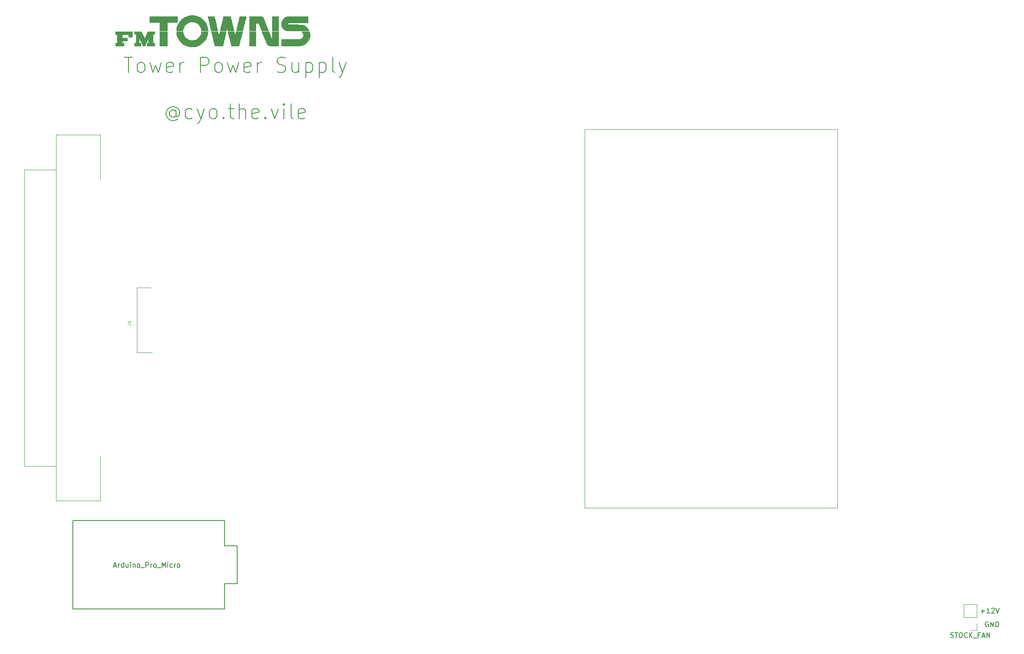
<source format=gbr>
%TF.GenerationSoftware,KiCad,Pcbnew,(5.1.9)-1*%
%TF.CreationDate,2021-07-01T20:44:51-05:00*%
%TF.ProjectId,FM Towns Pico Adapter,464d2054-6f77-46e7-9320-5069636f2041,rev?*%
%TF.SameCoordinates,Original*%
%TF.FileFunction,Legend,Top*%
%TF.FilePolarity,Positive*%
%FSLAX46Y46*%
G04 Gerber Fmt 4.6, Leading zero omitted, Abs format (unit mm)*
G04 Created by KiCad (PCBNEW (5.1.9)-1) date 2021-07-01 20:44:51*
%MOMM*%
%LPD*%
G01*
G04 APERTURE LIST*
%ADD10C,0.120000*%
%ADD11C,0.150000*%
%ADD12C,0.010000*%
%ADD13C,0.100000*%
%ADD14C,0.121920*%
G04 APERTURE END LIST*
D10*
X146666000Y-136738500D02*
X197402500Y-136738500D01*
X197466000Y-60602000D02*
X146666000Y-60602000D01*
X146666000Y-60602000D02*
X146602500Y-136738500D01*
X197466000Y-60602000D02*
X197466000Y-136738500D01*
D11*
X226298095Y-157511428D02*
X227060000Y-157511428D01*
X226679047Y-157892380D02*
X226679047Y-157130476D01*
X228060000Y-157892380D02*
X227488571Y-157892380D01*
X227774285Y-157892380D02*
X227774285Y-156892380D01*
X227679047Y-157035238D01*
X227583809Y-157130476D01*
X227488571Y-157178095D01*
X228440952Y-156987619D02*
X228488571Y-156940000D01*
X228583809Y-156892380D01*
X228821904Y-156892380D01*
X228917142Y-156940000D01*
X228964761Y-156987619D01*
X229012380Y-157082857D01*
X229012380Y-157178095D01*
X228964761Y-157320952D01*
X228393333Y-157892380D01*
X229012380Y-157892380D01*
X229298095Y-156892380D02*
X229631428Y-157892380D01*
X229964761Y-156892380D01*
X227758095Y-159710000D02*
X227662857Y-159662380D01*
X227520000Y-159662380D01*
X227377142Y-159710000D01*
X227281904Y-159805238D01*
X227234285Y-159900476D01*
X227186666Y-160090952D01*
X227186666Y-160233809D01*
X227234285Y-160424285D01*
X227281904Y-160519523D01*
X227377142Y-160614761D01*
X227520000Y-160662380D01*
X227615238Y-160662380D01*
X227758095Y-160614761D01*
X227805714Y-160567142D01*
X227805714Y-160233809D01*
X227615238Y-160233809D01*
X228234285Y-160662380D02*
X228234285Y-159662380D01*
X228805714Y-160662380D01*
X228805714Y-159662380D01*
X229281904Y-160662380D02*
X229281904Y-159662380D01*
X229520000Y-159662380D01*
X229662857Y-159710000D01*
X229758095Y-159805238D01*
X229805714Y-159900476D01*
X229853333Y-160090952D01*
X229853333Y-160233809D01*
X229805714Y-160424285D01*
X229758095Y-160519523D01*
X229662857Y-160614761D01*
X229520000Y-160662380D01*
X229281904Y-160662380D01*
D10*
X56670040Y-92464400D02*
X59410040Y-92464400D01*
X56670040Y-105474400D02*
X56670040Y-92464400D01*
X59700040Y-105474400D02*
X56670040Y-105474400D01*
D11*
X52034112Y-148432626D02*
X52510302Y-148432626D01*
X51938874Y-148718340D02*
X52272207Y-147718340D01*
X52605540Y-148718340D01*
X52938874Y-148718340D02*
X52938874Y-148051674D01*
X52938874Y-148242150D02*
X52986493Y-148146912D01*
X53034112Y-148099293D01*
X53129350Y-148051674D01*
X53224588Y-148051674D01*
X53986493Y-148718340D02*
X53986493Y-147718340D01*
X53986493Y-148670721D02*
X53891255Y-148718340D01*
X53700779Y-148718340D01*
X53605540Y-148670721D01*
X53557921Y-148623102D01*
X53510302Y-148527864D01*
X53510302Y-148242150D01*
X53557921Y-148146912D01*
X53605540Y-148099293D01*
X53700779Y-148051674D01*
X53891255Y-148051674D01*
X53986493Y-148099293D01*
X54891255Y-148051674D02*
X54891255Y-148718340D01*
X54462683Y-148051674D02*
X54462683Y-148575483D01*
X54510302Y-148670721D01*
X54605540Y-148718340D01*
X54748398Y-148718340D01*
X54843636Y-148670721D01*
X54891255Y-148623102D01*
X55367445Y-148718340D02*
X55367445Y-148051674D01*
X55367445Y-147718340D02*
X55319826Y-147765960D01*
X55367445Y-147813579D01*
X55415064Y-147765960D01*
X55367445Y-147718340D01*
X55367445Y-147813579D01*
X55843636Y-148051674D02*
X55843636Y-148718340D01*
X55843636Y-148146912D02*
X55891255Y-148099293D01*
X55986493Y-148051674D01*
X56129350Y-148051674D01*
X56224588Y-148099293D01*
X56272207Y-148194531D01*
X56272207Y-148718340D01*
X56891255Y-148718340D02*
X56796017Y-148670721D01*
X56748398Y-148623102D01*
X56700779Y-148527864D01*
X56700779Y-148242150D01*
X56748398Y-148146912D01*
X56796017Y-148099293D01*
X56891255Y-148051674D01*
X57034112Y-148051674D01*
X57129350Y-148099293D01*
X57176969Y-148146912D01*
X57224588Y-148242150D01*
X57224588Y-148527864D01*
X57176969Y-148623102D01*
X57129350Y-148670721D01*
X57034112Y-148718340D01*
X56891255Y-148718340D01*
X57415064Y-148813579D02*
X58176969Y-148813579D01*
X58415064Y-148718340D02*
X58415064Y-147718340D01*
X58796017Y-147718340D01*
X58891255Y-147765960D01*
X58938874Y-147813579D01*
X58986493Y-147908817D01*
X58986493Y-148051674D01*
X58938874Y-148146912D01*
X58891255Y-148194531D01*
X58796017Y-148242150D01*
X58415064Y-148242150D01*
X59415064Y-148718340D02*
X59415064Y-148051674D01*
X59415064Y-148242150D02*
X59462683Y-148146912D01*
X59510302Y-148099293D01*
X59605540Y-148051674D01*
X59700779Y-148051674D01*
X60176969Y-148718340D02*
X60081731Y-148670721D01*
X60034112Y-148623102D01*
X59986493Y-148527864D01*
X59986493Y-148242150D01*
X60034112Y-148146912D01*
X60081731Y-148099293D01*
X60176969Y-148051674D01*
X60319826Y-148051674D01*
X60415064Y-148099293D01*
X60462683Y-148146912D01*
X60510302Y-148242150D01*
X60510302Y-148527864D01*
X60462683Y-148623102D01*
X60415064Y-148670721D01*
X60319826Y-148718340D01*
X60176969Y-148718340D01*
X60700779Y-148813579D02*
X61462683Y-148813579D01*
X61700779Y-148718340D02*
X61700779Y-147718340D01*
X62034112Y-148432626D01*
X62367445Y-147718340D01*
X62367445Y-148718340D01*
X62843636Y-148718340D02*
X62843636Y-148051674D01*
X62843636Y-147718340D02*
X62796017Y-147765960D01*
X62843636Y-147813579D01*
X62891255Y-147765960D01*
X62843636Y-147718340D01*
X62843636Y-147813579D01*
X63748398Y-148670721D02*
X63653159Y-148718340D01*
X63462683Y-148718340D01*
X63367445Y-148670721D01*
X63319826Y-148623102D01*
X63272207Y-148527864D01*
X63272207Y-148242150D01*
X63319826Y-148146912D01*
X63367445Y-148099293D01*
X63462683Y-148051674D01*
X63653159Y-148051674D01*
X63748398Y-148099293D01*
X64176969Y-148718340D02*
X64176969Y-148051674D01*
X64176969Y-148242150D02*
X64224588Y-148146912D01*
X64272207Y-148099293D01*
X64367445Y-148051674D01*
X64462683Y-148051674D01*
X64938874Y-148718340D02*
X64843636Y-148670721D01*
X64796017Y-148623102D01*
X64748398Y-148527864D01*
X64748398Y-148242150D01*
X64796017Y-148146912D01*
X64843636Y-148099293D01*
X64938874Y-148051674D01*
X65081731Y-148051674D01*
X65176969Y-148099293D01*
X65224588Y-148146912D01*
X65272207Y-148242150D01*
X65272207Y-148527864D01*
X65224588Y-148623102D01*
X65176969Y-148670721D01*
X65081731Y-148718340D01*
X64938874Y-148718340D01*
X54122857Y-46197142D02*
X55837142Y-46197142D01*
X54980000Y-49197142D02*
X54980000Y-46197142D01*
X57265714Y-49197142D02*
X56980000Y-49054285D01*
X56837142Y-48911428D01*
X56694285Y-48625714D01*
X56694285Y-47768571D01*
X56837142Y-47482857D01*
X56980000Y-47340000D01*
X57265714Y-47197142D01*
X57694285Y-47197142D01*
X57980000Y-47340000D01*
X58122857Y-47482857D01*
X58265714Y-47768571D01*
X58265714Y-48625714D01*
X58122857Y-48911428D01*
X57980000Y-49054285D01*
X57694285Y-49197142D01*
X57265714Y-49197142D01*
X59265714Y-47197142D02*
X59837142Y-49197142D01*
X60408571Y-47768571D01*
X60980000Y-49197142D01*
X61551428Y-47197142D01*
X63837142Y-49054285D02*
X63551428Y-49197142D01*
X62980000Y-49197142D01*
X62694285Y-49054285D01*
X62551428Y-48768571D01*
X62551428Y-47625714D01*
X62694285Y-47340000D01*
X62980000Y-47197142D01*
X63551428Y-47197142D01*
X63837142Y-47340000D01*
X63980000Y-47625714D01*
X63980000Y-47911428D01*
X62551428Y-48197142D01*
X65265714Y-49197142D02*
X65265714Y-47197142D01*
X65265714Y-47768571D02*
X65408571Y-47482857D01*
X65551428Y-47340000D01*
X65837142Y-47197142D01*
X66122857Y-47197142D01*
X69408571Y-49197142D02*
X69408571Y-46197142D01*
X70551428Y-46197142D01*
X70837142Y-46340000D01*
X70980000Y-46482857D01*
X71122857Y-46768571D01*
X71122857Y-47197142D01*
X70980000Y-47482857D01*
X70837142Y-47625714D01*
X70551428Y-47768571D01*
X69408571Y-47768571D01*
X72837142Y-49197142D02*
X72551428Y-49054285D01*
X72408571Y-48911428D01*
X72265714Y-48625714D01*
X72265714Y-47768571D01*
X72408571Y-47482857D01*
X72551428Y-47340000D01*
X72837142Y-47197142D01*
X73265714Y-47197142D01*
X73551428Y-47340000D01*
X73694285Y-47482857D01*
X73837142Y-47768571D01*
X73837142Y-48625714D01*
X73694285Y-48911428D01*
X73551428Y-49054285D01*
X73265714Y-49197142D01*
X72837142Y-49197142D01*
X74837142Y-47197142D02*
X75408571Y-49197142D01*
X75980000Y-47768571D01*
X76551428Y-49197142D01*
X77122857Y-47197142D01*
X79408571Y-49054285D02*
X79122857Y-49197142D01*
X78551428Y-49197142D01*
X78265714Y-49054285D01*
X78122857Y-48768571D01*
X78122857Y-47625714D01*
X78265714Y-47340000D01*
X78551428Y-47197142D01*
X79122857Y-47197142D01*
X79408571Y-47340000D01*
X79551428Y-47625714D01*
X79551428Y-47911428D01*
X78122857Y-48197142D01*
X80837142Y-49197142D02*
X80837142Y-47197142D01*
X80837142Y-47768571D02*
X80980000Y-47482857D01*
X81122857Y-47340000D01*
X81408571Y-47197142D01*
X81694285Y-47197142D01*
X84837142Y-49054285D02*
X85265714Y-49197142D01*
X85980000Y-49197142D01*
X86265714Y-49054285D01*
X86408571Y-48911428D01*
X86551428Y-48625714D01*
X86551428Y-48340000D01*
X86408571Y-48054285D01*
X86265714Y-47911428D01*
X85980000Y-47768571D01*
X85408571Y-47625714D01*
X85122857Y-47482857D01*
X84980000Y-47340000D01*
X84837142Y-47054285D01*
X84837142Y-46768571D01*
X84980000Y-46482857D01*
X85122857Y-46340000D01*
X85408571Y-46197142D01*
X86122857Y-46197142D01*
X86551428Y-46340000D01*
X89122857Y-47197142D02*
X89122857Y-49197142D01*
X87837142Y-47197142D02*
X87837142Y-48768571D01*
X87980000Y-49054285D01*
X88265714Y-49197142D01*
X88694285Y-49197142D01*
X88980000Y-49054285D01*
X89122857Y-48911428D01*
X90551428Y-47197142D02*
X90551428Y-50197142D01*
X90551428Y-47340000D02*
X90837142Y-47197142D01*
X91408571Y-47197142D01*
X91694285Y-47340000D01*
X91837142Y-47482857D01*
X91980000Y-47768571D01*
X91980000Y-48625714D01*
X91837142Y-48911428D01*
X91694285Y-49054285D01*
X91408571Y-49197142D01*
X90837142Y-49197142D01*
X90551428Y-49054285D01*
X93265714Y-47197142D02*
X93265714Y-50197142D01*
X93265714Y-47340000D02*
X93551428Y-47197142D01*
X94122857Y-47197142D01*
X94408571Y-47340000D01*
X94551428Y-47482857D01*
X94694285Y-47768571D01*
X94694285Y-48625714D01*
X94551428Y-48911428D01*
X94408571Y-49054285D01*
X94122857Y-49197142D01*
X93551428Y-49197142D01*
X93265714Y-49054285D01*
X96408571Y-49197142D02*
X96122857Y-49054285D01*
X95980000Y-48768571D01*
X95980000Y-46197142D01*
X97265714Y-47197142D02*
X97980000Y-49197142D01*
X98694285Y-47197142D02*
X97980000Y-49197142D01*
X97694285Y-49911428D01*
X97551428Y-50054285D01*
X97265714Y-50197142D01*
X64480000Y-57068571D02*
X64337142Y-56925714D01*
X64051428Y-56782857D01*
X63765714Y-56782857D01*
X63480000Y-56925714D01*
X63337142Y-57068571D01*
X63194285Y-57354285D01*
X63194285Y-57640000D01*
X63337142Y-57925714D01*
X63480000Y-58068571D01*
X63765714Y-58211428D01*
X64051428Y-58211428D01*
X64337142Y-58068571D01*
X64480000Y-57925714D01*
X64480000Y-56782857D02*
X64480000Y-57925714D01*
X64622857Y-58068571D01*
X64765714Y-58068571D01*
X65051428Y-57925714D01*
X65194285Y-57640000D01*
X65194285Y-56925714D01*
X64908571Y-56497142D01*
X64480000Y-56211428D01*
X63908571Y-56068571D01*
X63337142Y-56211428D01*
X62908571Y-56497142D01*
X62622857Y-56925714D01*
X62480000Y-57497142D01*
X62622857Y-58068571D01*
X62908571Y-58497142D01*
X63337142Y-58782857D01*
X63908571Y-58925714D01*
X64480000Y-58782857D01*
X64908571Y-58497142D01*
X67765714Y-58354285D02*
X67480000Y-58497142D01*
X66908571Y-58497142D01*
X66622857Y-58354285D01*
X66480000Y-58211428D01*
X66337142Y-57925714D01*
X66337142Y-57068571D01*
X66480000Y-56782857D01*
X66622857Y-56640000D01*
X66908571Y-56497142D01*
X67480000Y-56497142D01*
X67765714Y-56640000D01*
X68765714Y-56497142D02*
X69480000Y-58497142D01*
X70194285Y-56497142D02*
X69480000Y-58497142D01*
X69194285Y-59211428D01*
X69051428Y-59354285D01*
X68765714Y-59497142D01*
X71765714Y-58497142D02*
X71480000Y-58354285D01*
X71337142Y-58211428D01*
X71194285Y-57925714D01*
X71194285Y-57068571D01*
X71337142Y-56782857D01*
X71480000Y-56640000D01*
X71765714Y-56497142D01*
X72194285Y-56497142D01*
X72480000Y-56640000D01*
X72622857Y-56782857D01*
X72765714Y-57068571D01*
X72765714Y-57925714D01*
X72622857Y-58211428D01*
X72480000Y-58354285D01*
X72194285Y-58497142D01*
X71765714Y-58497142D01*
X74051428Y-58211428D02*
X74194285Y-58354285D01*
X74051428Y-58497142D01*
X73908571Y-58354285D01*
X74051428Y-58211428D01*
X74051428Y-58497142D01*
X75051428Y-56497142D02*
X76194285Y-56497142D01*
X75480000Y-55497142D02*
X75480000Y-58068571D01*
X75622857Y-58354285D01*
X75908571Y-58497142D01*
X76194285Y-58497142D01*
X77194285Y-58497142D02*
X77194285Y-55497142D01*
X78480000Y-58497142D02*
X78480000Y-56925714D01*
X78337142Y-56640000D01*
X78051428Y-56497142D01*
X77622857Y-56497142D01*
X77337142Y-56640000D01*
X77194285Y-56782857D01*
X81051428Y-58354285D02*
X80765714Y-58497142D01*
X80194285Y-58497142D01*
X79908571Y-58354285D01*
X79765714Y-58068571D01*
X79765714Y-56925714D01*
X79908571Y-56640000D01*
X80194285Y-56497142D01*
X80765714Y-56497142D01*
X81051428Y-56640000D01*
X81194285Y-56925714D01*
X81194285Y-57211428D01*
X79765714Y-57497142D01*
X82480000Y-58211428D02*
X82622857Y-58354285D01*
X82480000Y-58497142D01*
X82337142Y-58354285D01*
X82480000Y-58211428D01*
X82480000Y-58497142D01*
X83622857Y-56497142D02*
X84337142Y-58497142D01*
X85051428Y-56497142D01*
X86194285Y-58497142D02*
X86194285Y-56497142D01*
X86194285Y-55497142D02*
X86051428Y-55640000D01*
X86194285Y-55782857D01*
X86337142Y-55640000D01*
X86194285Y-55497142D01*
X86194285Y-55782857D01*
X88051428Y-58497142D02*
X87765714Y-58354285D01*
X87622857Y-58068571D01*
X87622857Y-55497142D01*
X90337142Y-58354285D02*
X90051428Y-58497142D01*
X89480000Y-58497142D01*
X89194285Y-58354285D01*
X89051428Y-58068571D01*
X89051428Y-56925714D01*
X89194285Y-56640000D01*
X89480000Y-56497142D01*
X90051428Y-56497142D01*
X90337142Y-56640000D01*
X90480000Y-56925714D01*
X90480000Y-57211428D01*
X89051428Y-57497142D01*
%TO.C,U1*%
X43783160Y-157065960D02*
X43783160Y-139285960D01*
X74263160Y-157065960D02*
X43783160Y-157065960D01*
X74263160Y-151985960D02*
X74263160Y-157065960D01*
X76803160Y-151985960D02*
X74263160Y-151985960D01*
X76803160Y-144365960D02*
X76803160Y-151985960D01*
X74263160Y-144365960D02*
X76803160Y-144365960D01*
X74263160Y-139285960D02*
X74263160Y-144365960D01*
X74263160Y-139285960D02*
X43783160Y-139285960D01*
D10*
%TO.C,STOCK_FAN*%
X225470000Y-161380000D02*
X224140000Y-161380000D01*
X225470000Y-160050000D02*
X225470000Y-161380000D01*
X225470000Y-158780000D02*
X222810000Y-158780000D01*
X222810000Y-158780000D02*
X222810000Y-156180000D01*
X225470000Y-158780000D02*
X225470000Y-156180000D01*
X225470000Y-156180000D02*
X222810000Y-156180000D01*
D12*
%TO.C,G\u002A\u002A\u002A*%
G36*
X88896065Y-37953598D02*
G01*
X88985019Y-37953600D01*
X91017733Y-37953600D01*
X91017733Y-39223600D01*
X89066166Y-39223663D01*
X88767716Y-39223685D01*
X88501261Y-39223752D01*
X88264928Y-39223893D01*
X88056846Y-39224141D01*
X87875142Y-39224525D01*
X87717945Y-39225077D01*
X87583382Y-39225827D01*
X87469581Y-39226807D01*
X87374671Y-39228048D01*
X87296779Y-39229579D01*
X87234034Y-39231432D01*
X87184562Y-39233638D01*
X87146493Y-39236228D01*
X87117954Y-39239232D01*
X87097073Y-39242682D01*
X87081978Y-39246608D01*
X87070797Y-39251041D01*
X87061658Y-39256012D01*
X87060489Y-39256720D01*
X87012474Y-39301902D01*
X86982667Y-39361790D01*
X86974781Y-39425111D01*
X86988755Y-39474425D01*
X87019929Y-39512178D01*
X87064646Y-39548131D01*
X87072440Y-39552952D01*
X87084078Y-39559354D01*
X87097273Y-39564938D01*
X87114346Y-39569778D01*
X87137620Y-39573949D01*
X87169419Y-39577523D01*
X87212065Y-39580577D01*
X87267881Y-39583182D01*
X87339189Y-39585414D01*
X87428313Y-39587345D01*
X87537575Y-39589051D01*
X87669298Y-39590605D01*
X87825804Y-39592081D01*
X88009418Y-39593553D01*
X88222461Y-39595095D01*
X88443866Y-39596621D01*
X89756200Y-39605575D01*
X89919079Y-39650116D01*
X90158485Y-39732835D01*
X90382946Y-39845506D01*
X90591091Y-39987051D01*
X90781551Y-40156394D01*
X90952955Y-40352460D01*
X91103931Y-40574172D01*
X91111074Y-40586174D01*
X91149197Y-40652652D01*
X91183291Y-40715624D01*
X91207381Y-40763954D01*
X91211522Y-40773352D01*
X91236138Y-40832267D01*
X89090702Y-40830626D01*
X88761972Y-40830310D01*
X88465466Y-40829876D01*
X88199538Y-40829308D01*
X87962546Y-40828588D01*
X87752846Y-40827698D01*
X87568794Y-40826621D01*
X87408747Y-40825340D01*
X87271061Y-40823836D01*
X87154093Y-40822092D01*
X87056198Y-40820090D01*
X86975733Y-40817814D01*
X86911054Y-40815245D01*
X86860519Y-40812366D01*
X86822482Y-40809159D01*
X86798547Y-40806131D01*
X86586803Y-40760646D01*
X86398871Y-40693191D01*
X86231579Y-40602258D01*
X86081749Y-40486336D01*
X86037498Y-40444239D01*
X85933421Y-40325809D01*
X85850206Y-40196886D01*
X85785629Y-40052339D01*
X85737467Y-39887035D01*
X85703495Y-39695842D01*
X85699394Y-39663866D01*
X85687076Y-39442918D01*
X85703419Y-39226331D01*
X85746759Y-39017205D01*
X85815427Y-38818636D01*
X85907756Y-38633724D01*
X86022080Y-38465567D01*
X86156732Y-38317263D01*
X86310044Y-38191911D01*
X86480350Y-38092608D01*
X86564266Y-38056402D01*
X86602777Y-38041430D01*
X86637913Y-38027986D01*
X86671607Y-38015986D01*
X86705789Y-38005350D01*
X86742394Y-37995995D01*
X86783353Y-37987839D01*
X86830598Y-37980800D01*
X86886063Y-37974796D01*
X86951678Y-37969744D01*
X87029377Y-37965564D01*
X87121092Y-37962172D01*
X87228754Y-37959487D01*
X87354297Y-37957426D01*
X87499653Y-37955908D01*
X87666754Y-37954850D01*
X87857532Y-37954171D01*
X88073920Y-37953789D01*
X88317850Y-37953620D01*
X88591254Y-37953584D01*
X88896065Y-37953598D01*
G37*
X88896065Y-37953598D02*
X88985019Y-37953600D01*
X91017733Y-37953600D01*
X91017733Y-39223600D01*
X89066166Y-39223663D01*
X88767716Y-39223685D01*
X88501261Y-39223752D01*
X88264928Y-39223893D01*
X88056846Y-39224141D01*
X87875142Y-39224525D01*
X87717945Y-39225077D01*
X87583382Y-39225827D01*
X87469581Y-39226807D01*
X87374671Y-39228048D01*
X87296779Y-39229579D01*
X87234034Y-39231432D01*
X87184562Y-39233638D01*
X87146493Y-39236228D01*
X87117954Y-39239232D01*
X87097073Y-39242682D01*
X87081978Y-39246608D01*
X87070797Y-39251041D01*
X87061658Y-39256012D01*
X87060489Y-39256720D01*
X87012474Y-39301902D01*
X86982667Y-39361790D01*
X86974781Y-39425111D01*
X86988755Y-39474425D01*
X87019929Y-39512178D01*
X87064646Y-39548131D01*
X87072440Y-39552952D01*
X87084078Y-39559354D01*
X87097273Y-39564938D01*
X87114346Y-39569778D01*
X87137620Y-39573949D01*
X87169419Y-39577523D01*
X87212065Y-39580577D01*
X87267881Y-39583182D01*
X87339189Y-39585414D01*
X87428313Y-39587345D01*
X87537575Y-39589051D01*
X87669298Y-39590605D01*
X87825804Y-39592081D01*
X88009418Y-39593553D01*
X88222461Y-39595095D01*
X88443866Y-39596621D01*
X89756200Y-39605575D01*
X89919079Y-39650116D01*
X90158485Y-39732835D01*
X90382946Y-39845506D01*
X90591091Y-39987051D01*
X90781551Y-40156394D01*
X90952955Y-40352460D01*
X91103931Y-40574172D01*
X91111074Y-40586174D01*
X91149197Y-40652652D01*
X91183291Y-40715624D01*
X91207381Y-40763954D01*
X91211522Y-40773352D01*
X91236138Y-40832267D01*
X89090702Y-40830626D01*
X88761972Y-40830310D01*
X88465466Y-40829876D01*
X88199538Y-40829308D01*
X87962546Y-40828588D01*
X87752846Y-40827698D01*
X87568794Y-40826621D01*
X87408747Y-40825340D01*
X87271061Y-40823836D01*
X87154093Y-40822092D01*
X87056198Y-40820090D01*
X86975733Y-40817814D01*
X86911054Y-40815245D01*
X86860519Y-40812366D01*
X86822482Y-40809159D01*
X86798547Y-40806131D01*
X86586803Y-40760646D01*
X86398871Y-40693191D01*
X86231579Y-40602258D01*
X86081749Y-40486336D01*
X86037498Y-40444239D01*
X85933421Y-40325809D01*
X85850206Y-40196886D01*
X85785629Y-40052339D01*
X85737467Y-39887035D01*
X85703495Y-39695842D01*
X85699394Y-39663866D01*
X85687076Y-39442918D01*
X85703419Y-39226331D01*
X85746759Y-39017205D01*
X85815427Y-38818636D01*
X85907756Y-38633724D01*
X86022080Y-38465567D01*
X86156732Y-38317263D01*
X86310044Y-38191911D01*
X86480350Y-38092608D01*
X86564266Y-38056402D01*
X86602777Y-38041430D01*
X86637913Y-38027986D01*
X86671607Y-38015986D01*
X86705789Y-38005350D01*
X86742394Y-37995995D01*
X86783353Y-37987839D01*
X86830598Y-37980800D01*
X86886063Y-37974796D01*
X86951678Y-37969744D01*
X87029377Y-37965564D01*
X87121092Y-37962172D01*
X87228754Y-37959487D01*
X87354297Y-37957426D01*
X87499653Y-37955908D01*
X87666754Y-37954850D01*
X87857532Y-37954171D01*
X88073920Y-37953789D01*
X88317850Y-37953620D01*
X88591254Y-37953584D01*
X88896065Y-37953598D01*
G36*
X85074133Y-40832267D02*
G01*
X83804133Y-40832267D01*
X83804133Y-37953600D01*
X85074133Y-37953600D01*
X85074133Y-40832267D01*
G37*
X85074133Y-40832267D02*
X83804133Y-40832267D01*
X83804133Y-37953600D01*
X85074133Y-37953600D01*
X85074133Y-40832267D01*
G36*
X80438633Y-37957302D02*
G01*
X80671431Y-37958221D01*
X80872839Y-37959091D01*
X81045332Y-37959991D01*
X81191387Y-37961000D01*
X81313480Y-37962200D01*
X81414086Y-37963670D01*
X81495682Y-37965491D01*
X81560743Y-37967741D01*
X81611746Y-37970501D01*
X81651166Y-37973850D01*
X81681479Y-37977870D01*
X81705163Y-37982640D01*
X81724691Y-37988239D01*
X81742542Y-37994749D01*
X81755200Y-37999823D01*
X81872984Y-38062513D01*
X81966375Y-38144132D01*
X82016473Y-38213080D01*
X82033381Y-38247507D01*
X82060196Y-38308695D01*
X82094888Y-38391710D01*
X82135430Y-38491619D01*
X82179792Y-38603487D01*
X82225947Y-38722382D01*
X82226594Y-38724066D01*
X82260301Y-38811438D01*
X82302049Y-38918946D01*
X82350599Y-39043453D01*
X82404714Y-39181820D01*
X82463154Y-39330912D01*
X82524682Y-39487590D01*
X82588059Y-39648717D01*
X82652048Y-39811155D01*
X82715410Y-39971767D01*
X82776907Y-40127415D01*
X82835301Y-40274962D01*
X82889354Y-40411271D01*
X82937827Y-40533204D01*
X82979483Y-40637623D01*
X83013082Y-40721391D01*
X83037388Y-40781370D01*
X83051161Y-40814423D01*
X83053641Y-40819760D01*
X83039010Y-40822455D01*
X82994035Y-40824745D01*
X82922238Y-40826584D01*
X82827142Y-40827928D01*
X82712266Y-40828734D01*
X82581134Y-40828956D01*
X82437265Y-40828551D01*
X82380462Y-40828226D01*
X81699621Y-40823800D01*
X81098821Y-39299800D01*
X80544466Y-39299800D01*
X80540060Y-40066033D01*
X80535654Y-40832267D01*
X79215199Y-40832267D01*
X79215199Y-37952537D01*
X80438633Y-37957302D01*
G37*
X80438633Y-37957302D02*
X80671431Y-37958221D01*
X80872839Y-37959091D01*
X81045332Y-37959991D01*
X81191387Y-37961000D01*
X81313480Y-37962200D01*
X81414086Y-37963670D01*
X81495682Y-37965491D01*
X81560743Y-37967741D01*
X81611746Y-37970501D01*
X81651166Y-37973850D01*
X81681479Y-37977870D01*
X81705163Y-37982640D01*
X81724691Y-37988239D01*
X81742542Y-37994749D01*
X81755200Y-37999823D01*
X81872984Y-38062513D01*
X81966375Y-38144132D01*
X82016473Y-38213080D01*
X82033381Y-38247507D01*
X82060196Y-38308695D01*
X82094888Y-38391710D01*
X82135430Y-38491619D01*
X82179792Y-38603487D01*
X82225947Y-38722382D01*
X82226594Y-38724066D01*
X82260301Y-38811438D01*
X82302049Y-38918946D01*
X82350599Y-39043453D01*
X82404714Y-39181820D01*
X82463154Y-39330912D01*
X82524682Y-39487590D01*
X82588059Y-39648717D01*
X82652048Y-39811155D01*
X82715410Y-39971767D01*
X82776907Y-40127415D01*
X82835301Y-40274962D01*
X82889354Y-40411271D01*
X82937827Y-40533204D01*
X82979483Y-40637623D01*
X83013082Y-40721391D01*
X83037388Y-40781370D01*
X83051161Y-40814423D01*
X83053641Y-40819760D01*
X83039010Y-40822455D01*
X82994035Y-40824745D01*
X82922238Y-40826584D01*
X82827142Y-40827928D01*
X82712266Y-40828734D01*
X82581134Y-40828956D01*
X82437265Y-40828551D01*
X82380462Y-40828226D01*
X81699621Y-40823800D01*
X81098821Y-39299800D01*
X80544466Y-39299800D01*
X80540060Y-40066033D01*
X80535654Y-40832267D01*
X79215199Y-40832267D01*
X79215199Y-37952537D01*
X80438633Y-37957302D01*
G36*
X78084783Y-37953920D02*
G01*
X78218111Y-37954831D01*
X78336621Y-37956263D01*
X78436642Y-37958143D01*
X78514503Y-37960399D01*
X78566531Y-37962960D01*
X78589056Y-37965754D01*
X78589697Y-37966300D01*
X78585971Y-37984299D01*
X78574857Y-38032821D01*
X78556927Y-38109472D01*
X78532750Y-38211855D01*
X78502899Y-38337575D01*
X78467942Y-38484238D01*
X78428452Y-38649448D01*
X78384999Y-38830810D01*
X78338153Y-39025928D01*
X78288486Y-39232408D01*
X78246797Y-39405434D01*
X77902866Y-40831867D01*
X77253191Y-40832067D01*
X77087634Y-40832041D01*
X76952848Y-40831756D01*
X76845737Y-40831071D01*
X76763207Y-40829844D01*
X76702160Y-40827932D01*
X76659503Y-40825194D01*
X76632139Y-40821489D01*
X76616973Y-40816673D01*
X76610910Y-40810606D01*
X76610854Y-40803146D01*
X76610978Y-40802633D01*
X76615962Y-40782012D01*
X76628227Y-40730902D01*
X76647186Y-40651752D01*
X76672254Y-40547014D01*
X76702845Y-40419139D01*
X76738372Y-40270577D01*
X76778250Y-40103778D01*
X76821892Y-39921194D01*
X76868713Y-39725275D01*
X76918125Y-39518472D01*
X76955196Y-39363300D01*
X77291952Y-37953600D01*
X77940309Y-37953600D01*
X78084783Y-37953920D01*
G37*
X78084783Y-37953920D02*
X78218111Y-37954831D01*
X78336621Y-37956263D01*
X78436642Y-37958143D01*
X78514503Y-37960399D01*
X78566531Y-37962960D01*
X78589056Y-37965754D01*
X78589697Y-37966300D01*
X78585971Y-37984299D01*
X78574857Y-38032821D01*
X78556927Y-38109472D01*
X78532750Y-38211855D01*
X78502899Y-38337575D01*
X78467942Y-38484238D01*
X78428452Y-38649448D01*
X78384999Y-38830810D01*
X78338153Y-39025928D01*
X78288486Y-39232408D01*
X78246797Y-39405434D01*
X77902866Y-40831867D01*
X77253191Y-40832067D01*
X77087634Y-40832041D01*
X76952848Y-40831756D01*
X76845737Y-40831071D01*
X76763207Y-40829844D01*
X76702160Y-40827932D01*
X76659503Y-40825194D01*
X76632139Y-40821489D01*
X76616973Y-40816673D01*
X76610910Y-40810606D01*
X76610854Y-40803146D01*
X76610978Y-40802633D01*
X76615962Y-40782012D01*
X76628227Y-40730902D01*
X76647186Y-40651752D01*
X76672254Y-40547014D01*
X76702845Y-40419139D01*
X76738372Y-40270577D01*
X76778250Y-40103778D01*
X76821892Y-39921194D01*
X76868713Y-39725275D01*
X76918125Y-39518472D01*
X76955196Y-39363300D01*
X77291952Y-37953600D01*
X77940309Y-37953600D01*
X78084783Y-37953920D01*
G36*
X75438194Y-38018093D02*
G01*
X75446967Y-38052276D01*
X75462583Y-38114884D01*
X75484332Y-38202982D01*
X75511502Y-38313634D01*
X75543380Y-38443905D01*
X75579257Y-38590860D01*
X75618419Y-38751563D01*
X75660156Y-38923080D01*
X75703756Y-39102475D01*
X75748507Y-39286813D01*
X75793699Y-39473158D01*
X75838619Y-39658576D01*
X75882556Y-39840131D01*
X75924798Y-40014887D01*
X75964635Y-40179911D01*
X76001354Y-40332265D01*
X76034243Y-40469016D01*
X76062593Y-40587227D01*
X76085690Y-40683964D01*
X76102823Y-40756291D01*
X76113282Y-40801273D01*
X76116399Y-40815938D01*
X76099767Y-40820376D01*
X76051065Y-40824183D01*
X75972083Y-40827314D01*
X75864614Y-40829721D01*
X75730448Y-40831358D01*
X75571377Y-40832177D01*
X75491834Y-40832267D01*
X74867268Y-40832267D01*
X74812148Y-40607900D01*
X74790983Y-40523650D01*
X74771653Y-40450176D01*
X74756023Y-40394325D01*
X74745957Y-40362940D01*
X74744586Y-40359828D01*
X74736325Y-40366160D01*
X74722447Y-40401902D01*
X74704147Y-40463290D01*
X74682622Y-40546560D01*
X74674599Y-40579961D01*
X74617052Y-40823800D01*
X73978192Y-40828237D01*
X73834870Y-40829081D01*
X73702763Y-40829568D01*
X73585564Y-40829705D01*
X73486962Y-40829503D01*
X73410648Y-40828968D01*
X73360314Y-40828110D01*
X73339648Y-40826938D01*
X73339333Y-40826753D01*
X73343202Y-40809643D01*
X73354340Y-40762539D01*
X73372040Y-40688363D01*
X73395597Y-40590036D01*
X73424306Y-40470480D01*
X73457462Y-40332616D01*
X73494358Y-40179366D01*
X73534289Y-40013650D01*
X73576550Y-39838390D01*
X73620434Y-39656508D01*
X73665238Y-39470924D01*
X73710255Y-39284560D01*
X73754779Y-39100337D01*
X73798106Y-38921177D01*
X73839529Y-38750001D01*
X73878343Y-38589730D01*
X73913843Y-38443285D01*
X73945322Y-38313589D01*
X73972077Y-38203562D01*
X73993400Y-38116125D01*
X74008587Y-38054200D01*
X74016933Y-38020709D01*
X74017873Y-38017100D01*
X74034905Y-37953600D01*
X75420827Y-37953600D01*
X75438194Y-38018093D01*
G37*
X75438194Y-38018093D02*
X75446967Y-38052276D01*
X75462583Y-38114884D01*
X75484332Y-38202982D01*
X75511502Y-38313634D01*
X75543380Y-38443905D01*
X75579257Y-38590860D01*
X75618419Y-38751563D01*
X75660156Y-38923080D01*
X75703756Y-39102475D01*
X75748507Y-39286813D01*
X75793699Y-39473158D01*
X75838619Y-39658576D01*
X75882556Y-39840131D01*
X75924798Y-40014887D01*
X75964635Y-40179911D01*
X76001354Y-40332265D01*
X76034243Y-40469016D01*
X76062593Y-40587227D01*
X76085690Y-40683964D01*
X76102823Y-40756291D01*
X76113282Y-40801273D01*
X76116399Y-40815938D01*
X76099767Y-40820376D01*
X76051065Y-40824183D01*
X75972083Y-40827314D01*
X75864614Y-40829721D01*
X75730448Y-40831358D01*
X75571377Y-40832177D01*
X75491834Y-40832267D01*
X74867268Y-40832267D01*
X74812148Y-40607900D01*
X74790983Y-40523650D01*
X74771653Y-40450176D01*
X74756023Y-40394325D01*
X74745957Y-40362940D01*
X74744586Y-40359828D01*
X74736325Y-40366160D01*
X74722447Y-40401902D01*
X74704147Y-40463290D01*
X74682622Y-40546560D01*
X74674599Y-40579961D01*
X74617052Y-40823800D01*
X73978192Y-40828237D01*
X73834870Y-40829081D01*
X73702763Y-40829568D01*
X73585564Y-40829705D01*
X73486962Y-40829503D01*
X73410648Y-40828968D01*
X73360314Y-40828110D01*
X73339648Y-40826938D01*
X73339333Y-40826753D01*
X73343202Y-40809643D01*
X73354340Y-40762539D01*
X73372040Y-40688363D01*
X73395597Y-40590036D01*
X73424306Y-40470480D01*
X73457462Y-40332616D01*
X73494358Y-40179366D01*
X73534289Y-40013650D01*
X73576550Y-39838390D01*
X73620434Y-39656508D01*
X73665238Y-39470924D01*
X73710255Y-39284560D01*
X73754779Y-39100337D01*
X73798106Y-38921177D01*
X73839529Y-38750001D01*
X73878343Y-38589730D01*
X73913843Y-38443285D01*
X73945322Y-38313589D01*
X73972077Y-38203562D01*
X73993400Y-38116125D01*
X74008587Y-38054200D01*
X74016933Y-38020709D01*
X74017873Y-38017100D01*
X74034905Y-37953600D01*
X75420827Y-37953600D01*
X75438194Y-38018093D01*
G36*
X71688455Y-37953796D02*
G01*
X71823334Y-37954357D01*
X71943438Y-37955239D01*
X72045142Y-37956397D01*
X72124821Y-37957788D01*
X72178850Y-37959369D01*
X72203605Y-37961096D01*
X72204800Y-37961576D01*
X72208509Y-37978574D01*
X72219189Y-38025646D01*
X72236164Y-38099875D01*
X72258760Y-38198344D01*
X72286304Y-38318135D01*
X72318121Y-38456330D01*
X72353537Y-38610011D01*
X72391877Y-38776260D01*
X72432468Y-38952160D01*
X72474635Y-39134793D01*
X72517704Y-39321242D01*
X72561001Y-39508588D01*
X72603851Y-39693913D01*
X72645581Y-39874301D01*
X72685517Y-40046833D01*
X72722983Y-40208592D01*
X72757306Y-40356659D01*
X72787812Y-40488117D01*
X72813827Y-40600048D01*
X72834675Y-40689535D01*
X72849684Y-40753660D01*
X72858179Y-40789505D01*
X72859320Y-40794167D01*
X72868871Y-40832267D01*
X72219335Y-40832265D01*
X71569800Y-40832263D01*
X71232205Y-39422565D01*
X71181159Y-39209424D01*
X71132292Y-39005392D01*
X71086188Y-38812918D01*
X71043436Y-38634451D01*
X71004622Y-38472444D01*
X70970334Y-38329345D01*
X70941158Y-38207604D01*
X70917682Y-38109673D01*
X70900492Y-38038001D01*
X70890177Y-37995037D01*
X70887330Y-37983233D01*
X70887171Y-37975747D01*
X70892781Y-37969635D01*
X70907225Y-37964760D01*
X70933571Y-37960983D01*
X70974887Y-37958165D01*
X71034241Y-37956167D01*
X71114699Y-37954850D01*
X71219329Y-37954076D01*
X71351199Y-37953706D01*
X71513375Y-37953601D01*
X71542425Y-37953600D01*
X71688455Y-37953796D01*
G37*
X71688455Y-37953796D02*
X71823334Y-37954357D01*
X71943438Y-37955239D01*
X72045142Y-37956397D01*
X72124821Y-37957788D01*
X72178850Y-37959369D01*
X72203605Y-37961096D01*
X72204800Y-37961576D01*
X72208509Y-37978574D01*
X72219189Y-38025646D01*
X72236164Y-38099875D01*
X72258760Y-38198344D01*
X72286304Y-38318135D01*
X72318121Y-38456330D01*
X72353537Y-38610011D01*
X72391877Y-38776260D01*
X72432468Y-38952160D01*
X72474635Y-39134793D01*
X72517704Y-39321242D01*
X72561001Y-39508588D01*
X72603851Y-39693913D01*
X72645581Y-39874301D01*
X72685517Y-40046833D01*
X72722983Y-40208592D01*
X72757306Y-40356659D01*
X72787812Y-40488117D01*
X72813827Y-40600048D01*
X72834675Y-40689535D01*
X72849684Y-40753660D01*
X72858179Y-40789505D01*
X72859320Y-40794167D01*
X72868871Y-40832267D01*
X72219335Y-40832265D01*
X71569800Y-40832263D01*
X71232205Y-39422565D01*
X71181159Y-39209424D01*
X71132292Y-39005392D01*
X71086188Y-38812918D01*
X71043436Y-38634451D01*
X71004622Y-38472444D01*
X70970334Y-38329345D01*
X70941158Y-38207604D01*
X70917682Y-38109673D01*
X70900492Y-38038001D01*
X70890177Y-37995037D01*
X70887330Y-37983233D01*
X70887171Y-37975747D01*
X70892781Y-37969635D01*
X70907225Y-37964760D01*
X70933571Y-37960983D01*
X70974887Y-37958165D01*
X71034241Y-37956167D01*
X71114699Y-37954850D01*
X71219329Y-37954076D01*
X71351199Y-37953706D01*
X71513375Y-37953601D01*
X71542425Y-37953600D01*
X71688455Y-37953796D01*
G36*
X67946066Y-37735755D02*
G01*
X68260069Y-37769026D01*
X68566788Y-37834321D01*
X68864067Y-37930187D01*
X69149747Y-38055173D01*
X69421671Y-38207824D01*
X69677682Y-38386690D01*
X69915623Y-38590316D01*
X70133336Y-38817252D01*
X70328664Y-39066044D01*
X70499450Y-39335239D01*
X70596019Y-39519933D01*
X70705838Y-39773216D01*
X70791229Y-40028457D01*
X70854307Y-40293629D01*
X70897188Y-40576700D01*
X70909530Y-40701033D01*
X70920756Y-40832267D01*
X69598601Y-40832267D01*
X69590210Y-40777233D01*
X69583231Y-40726677D01*
X69575333Y-40662778D01*
X69572184Y-40635250D01*
X69547259Y-40493906D01*
X69504009Y-40339793D01*
X69446281Y-40185740D01*
X69419323Y-40125578D01*
X69297542Y-39905403D01*
X69151051Y-39706189D01*
X68982177Y-39529768D01*
X68793250Y-39377969D01*
X68586598Y-39252624D01*
X68364552Y-39155562D01*
X68129439Y-39088614D01*
X68089815Y-39080639D01*
X67977085Y-39065388D01*
X67843803Y-39056974D01*
X67702149Y-39055411D01*
X67564304Y-39060713D01*
X67442446Y-39072892D01*
X67399972Y-39079870D01*
X67160282Y-39141974D01*
X66934896Y-39233403D01*
X66725867Y-39351921D01*
X66535250Y-39495289D01*
X66365098Y-39661270D01*
X66217466Y-39847625D01*
X66094408Y-40052118D01*
X65997978Y-40272510D01*
X65930229Y-40506563D01*
X65896379Y-40717966D01*
X65884721Y-40832267D01*
X64562867Y-40832267D01*
X64574145Y-40671832D01*
X64613150Y-40354022D01*
X64684032Y-40044165D01*
X64785298Y-39744445D01*
X64915453Y-39457043D01*
X65073005Y-39184141D01*
X65256458Y-38927922D01*
X65464319Y-38690567D01*
X65695095Y-38474260D01*
X65947291Y-38281183D01*
X66219413Y-38113517D01*
X66382368Y-38030390D01*
X66678837Y-37908661D01*
X66987484Y-37818318D01*
X67307306Y-37759549D01*
X67637300Y-37732542D01*
X67946066Y-37735755D01*
G37*
X67946066Y-37735755D02*
X68260069Y-37769026D01*
X68566788Y-37834321D01*
X68864067Y-37930187D01*
X69149747Y-38055173D01*
X69421671Y-38207824D01*
X69677682Y-38386690D01*
X69915623Y-38590316D01*
X70133336Y-38817252D01*
X70328664Y-39066044D01*
X70499450Y-39335239D01*
X70596019Y-39519933D01*
X70705838Y-39773216D01*
X70791229Y-40028457D01*
X70854307Y-40293629D01*
X70897188Y-40576700D01*
X70909530Y-40701033D01*
X70920756Y-40832267D01*
X69598601Y-40832267D01*
X69590210Y-40777233D01*
X69583231Y-40726677D01*
X69575333Y-40662778D01*
X69572184Y-40635250D01*
X69547259Y-40493906D01*
X69504009Y-40339793D01*
X69446281Y-40185740D01*
X69419323Y-40125578D01*
X69297542Y-39905403D01*
X69151051Y-39706189D01*
X68982177Y-39529768D01*
X68793250Y-39377969D01*
X68586598Y-39252624D01*
X68364552Y-39155562D01*
X68129439Y-39088614D01*
X68089815Y-39080639D01*
X67977085Y-39065388D01*
X67843803Y-39056974D01*
X67702149Y-39055411D01*
X67564304Y-39060713D01*
X67442446Y-39072892D01*
X67399972Y-39079870D01*
X67160282Y-39141974D01*
X66934896Y-39233403D01*
X66725867Y-39351921D01*
X66535250Y-39495289D01*
X66365098Y-39661270D01*
X66217466Y-39847625D01*
X66094408Y-40052118D01*
X65997978Y-40272510D01*
X65930229Y-40506563D01*
X65896379Y-40717966D01*
X65884721Y-40832267D01*
X64562867Y-40832267D01*
X64574145Y-40671832D01*
X64613150Y-40354022D01*
X64684032Y-40044165D01*
X64785298Y-39744445D01*
X64915453Y-39457043D01*
X65073005Y-39184141D01*
X65256458Y-38927922D01*
X65464319Y-38690567D01*
X65695095Y-38474260D01*
X65947291Y-38281183D01*
X66219413Y-38113517D01*
X66382368Y-38030390D01*
X66678837Y-37908661D01*
X66987484Y-37818318D01*
X67307306Y-37759549D01*
X67637300Y-37732542D01*
X67946066Y-37735755D01*
G36*
X64754133Y-39172800D02*
G01*
X62705199Y-39172800D01*
X62705199Y-40832267D01*
X61248933Y-40832267D01*
X61248933Y-39172800D01*
X59216933Y-39172800D01*
X59216933Y-37936666D01*
X64754133Y-37936666D01*
X64754133Y-39172800D01*
G37*
X64754133Y-39172800D02*
X62705199Y-39172800D01*
X62705199Y-40832267D01*
X61248933Y-40832267D01*
X61248933Y-39172800D01*
X59216933Y-39172800D01*
X59216933Y-37936666D01*
X64754133Y-37936666D01*
X64754133Y-39172800D01*
G36*
X90519209Y-41005665D02*
G01*
X91310664Y-41010067D01*
X91334021Y-41077539D01*
X91376611Y-41230699D01*
X91407089Y-41403557D01*
X91424763Y-41585768D01*
X91428941Y-41766983D01*
X91418929Y-41936854D01*
X91399752Y-42059933D01*
X91327592Y-42324859D01*
X91227873Y-42575646D01*
X91102492Y-42810104D01*
X90953345Y-43026042D01*
X90782330Y-43221268D01*
X90591341Y-43393591D01*
X90382277Y-43540821D01*
X90157034Y-43660765D01*
X89942466Y-43743443D01*
X89894321Y-43758823D01*
X89850018Y-43772590D01*
X89807505Y-43784833D01*
X89764728Y-43795642D01*
X89719638Y-43805106D01*
X89670182Y-43813315D01*
X89614308Y-43820357D01*
X89549964Y-43826322D01*
X89475098Y-43831299D01*
X89387659Y-43835379D01*
X89285595Y-43838649D01*
X89166853Y-43841199D01*
X89029382Y-43843119D01*
X88871131Y-43844497D01*
X88690046Y-43845424D01*
X88484077Y-43845989D01*
X88251171Y-43846280D01*
X87989276Y-43846388D01*
X87696342Y-43846401D01*
X87577282Y-43846400D01*
X85683733Y-43846400D01*
X85683733Y-42542533D01*
X87483575Y-42542533D01*
X87776825Y-42542554D01*
X88038248Y-42542551D01*
X88269884Y-42542420D01*
X88473773Y-42542063D01*
X88651955Y-42541376D01*
X88806469Y-42540260D01*
X88939355Y-42538613D01*
X89052653Y-42536333D01*
X89148403Y-42533319D01*
X89228644Y-42529471D01*
X89295417Y-42524687D01*
X89350761Y-42518865D01*
X89396716Y-42511905D01*
X89435322Y-42503705D01*
X89468619Y-42494164D01*
X89498645Y-42483181D01*
X89527442Y-42470654D01*
X89557049Y-42456483D01*
X89589506Y-42440566D01*
X89595333Y-42437738D01*
X89680585Y-42386248D01*
X89771240Y-42314499D01*
X89858490Y-42230988D01*
X89933526Y-42144214D01*
X89987541Y-42062675D01*
X89991019Y-42055984D01*
X90052486Y-41899809D01*
X90080856Y-41741967D01*
X90076604Y-41585237D01*
X90040206Y-41432395D01*
X89972138Y-41286220D01*
X89872877Y-41149490D01*
X89827371Y-41100880D01*
X89727753Y-41001263D01*
X90519209Y-41005665D01*
G37*
X90519209Y-41005665D02*
X91310664Y-41010067D01*
X91334021Y-41077539D01*
X91376611Y-41230699D01*
X91407089Y-41403557D01*
X91424763Y-41585768D01*
X91428941Y-41766983D01*
X91418929Y-41936854D01*
X91399752Y-42059933D01*
X91327592Y-42324859D01*
X91227873Y-42575646D01*
X91102492Y-42810104D01*
X90953345Y-43026042D01*
X90782330Y-43221268D01*
X90591341Y-43393591D01*
X90382277Y-43540821D01*
X90157034Y-43660765D01*
X89942466Y-43743443D01*
X89894321Y-43758823D01*
X89850018Y-43772590D01*
X89807505Y-43784833D01*
X89764728Y-43795642D01*
X89719638Y-43805106D01*
X89670182Y-43813315D01*
X89614308Y-43820357D01*
X89549964Y-43826322D01*
X89475098Y-43831299D01*
X89387659Y-43835379D01*
X89285595Y-43838649D01*
X89166853Y-43841199D01*
X89029382Y-43843119D01*
X88871131Y-43844497D01*
X88690046Y-43845424D01*
X88484077Y-43845989D01*
X88251171Y-43846280D01*
X87989276Y-43846388D01*
X87696342Y-43846401D01*
X87577282Y-43846400D01*
X85683733Y-43846400D01*
X85683733Y-42542533D01*
X87483575Y-42542533D01*
X87776825Y-42542554D01*
X88038248Y-42542551D01*
X88269884Y-42542420D01*
X88473773Y-42542063D01*
X88651955Y-42541376D01*
X88806469Y-42540260D01*
X88939355Y-42538613D01*
X89052653Y-42536333D01*
X89148403Y-42533319D01*
X89228644Y-42529471D01*
X89295417Y-42524687D01*
X89350761Y-42518865D01*
X89396716Y-42511905D01*
X89435322Y-42503705D01*
X89468619Y-42494164D01*
X89498645Y-42483181D01*
X89527442Y-42470654D01*
X89557049Y-42456483D01*
X89589506Y-42440566D01*
X89595333Y-42437738D01*
X89680585Y-42386248D01*
X89771240Y-42314499D01*
X89858490Y-42230988D01*
X89933526Y-42144214D01*
X89987541Y-42062675D01*
X89991019Y-42055984D01*
X90052486Y-41899809D01*
X90080856Y-41741967D01*
X90076604Y-41585237D01*
X90040206Y-41432395D01*
X89972138Y-41286220D01*
X89872877Y-41149490D01*
X89827371Y-41100880D01*
X89727753Y-41001263D01*
X90519209Y-41005665D01*
G36*
X83382820Y-41648067D02*
G01*
X83455848Y-41828323D01*
X83518061Y-41979330D01*
X83570665Y-42103501D01*
X83614865Y-42203250D01*
X83651866Y-42280989D01*
X83682874Y-42339131D01*
X83709093Y-42380090D01*
X83731730Y-42406278D01*
X83751989Y-42420108D01*
X83770372Y-42424000D01*
X83778617Y-42423201D01*
X83785396Y-42418793D01*
X83790855Y-42407760D01*
X83795135Y-42387087D01*
X83798380Y-42353758D01*
X83800734Y-42304758D01*
X83802338Y-42237070D01*
X83803337Y-42147678D01*
X83803874Y-42033568D01*
X83804091Y-41891724D01*
X83804133Y-41719129D01*
X83804133Y-41001600D01*
X85074133Y-41001600D01*
X85074133Y-43846400D01*
X84189366Y-43844094D01*
X84018155Y-43843517D01*
X83856251Y-43842719D01*
X83706996Y-43841735D01*
X83573728Y-43840598D01*
X83459788Y-43839342D01*
X83368513Y-43838001D01*
X83303245Y-43836608D01*
X83267321Y-43835198D01*
X83262266Y-43834701D01*
X83169079Y-43811578D01*
X83073015Y-43775404D01*
X82991024Y-43732738D01*
X82979932Y-43725467D01*
X82898921Y-43658531D01*
X82828575Y-43573458D01*
X82763340Y-43463235D01*
X82748047Y-43432712D01*
X82733756Y-43400557D01*
X82708049Y-43339624D01*
X82672012Y-43252608D01*
X82626731Y-43142206D01*
X82573294Y-43011114D01*
X82512786Y-42862027D01*
X82446295Y-42697643D01*
X82374906Y-42520656D01*
X82299706Y-42333764D01*
X82221781Y-42139661D01*
X82142218Y-41941045D01*
X82062104Y-41740611D01*
X81982525Y-41541054D01*
X81904566Y-41345072D01*
X81829316Y-41155361D01*
X81776871Y-41022767D01*
X81781239Y-41017279D01*
X81800780Y-41012765D01*
X81838035Y-41009144D01*
X81895542Y-41006336D01*
X81975843Y-41004261D01*
X82081478Y-41002837D01*
X82214988Y-41001985D01*
X82378914Y-41001625D01*
X82445442Y-41001600D01*
X83122374Y-41001600D01*
X83382820Y-41648067D01*
G37*
X83382820Y-41648067D02*
X83455848Y-41828323D01*
X83518061Y-41979330D01*
X83570665Y-42103501D01*
X83614865Y-42203250D01*
X83651866Y-42280989D01*
X83682874Y-42339131D01*
X83709093Y-42380090D01*
X83731730Y-42406278D01*
X83751989Y-42420108D01*
X83770372Y-42424000D01*
X83778617Y-42423201D01*
X83785396Y-42418793D01*
X83790855Y-42407760D01*
X83795135Y-42387087D01*
X83798380Y-42353758D01*
X83800734Y-42304758D01*
X83802338Y-42237070D01*
X83803337Y-42147678D01*
X83803874Y-42033568D01*
X83804091Y-41891724D01*
X83804133Y-41719129D01*
X83804133Y-41001600D01*
X85074133Y-41001600D01*
X85074133Y-43846400D01*
X84189366Y-43844094D01*
X84018155Y-43843517D01*
X83856251Y-43842719D01*
X83706996Y-43841735D01*
X83573728Y-43840598D01*
X83459788Y-43839342D01*
X83368513Y-43838001D01*
X83303245Y-43836608D01*
X83267321Y-43835198D01*
X83262266Y-43834701D01*
X83169079Y-43811578D01*
X83073015Y-43775404D01*
X82991024Y-43732738D01*
X82979932Y-43725467D01*
X82898921Y-43658531D01*
X82828575Y-43573458D01*
X82763340Y-43463235D01*
X82748047Y-43432712D01*
X82733756Y-43400557D01*
X82708049Y-43339624D01*
X82672012Y-43252608D01*
X82626731Y-43142206D01*
X82573294Y-43011114D01*
X82512786Y-42862027D01*
X82446295Y-42697643D01*
X82374906Y-42520656D01*
X82299706Y-42333764D01*
X82221781Y-42139661D01*
X82142218Y-41941045D01*
X82062104Y-41740611D01*
X81982525Y-41541054D01*
X81904566Y-41345072D01*
X81829316Y-41155361D01*
X81776871Y-41022767D01*
X81781239Y-41017279D01*
X81800780Y-41012765D01*
X81838035Y-41009144D01*
X81895542Y-41006336D01*
X81975843Y-41004261D01*
X82081478Y-41002837D01*
X82214988Y-41001985D01*
X82378914Y-41001625D01*
X82445442Y-41001600D01*
X83122374Y-41001600D01*
X83382820Y-41648067D01*
G36*
X80536000Y-43846400D02*
G01*
X79215199Y-43846400D01*
X79215199Y-41001600D01*
X80536000Y-41001600D01*
X80536000Y-43846400D01*
G37*
X80536000Y-43846400D02*
X79215199Y-43846400D01*
X79215199Y-41001600D01*
X80536000Y-41001600D01*
X80536000Y-43846400D01*
G36*
X77849356Y-41048167D02*
G01*
X77843625Y-41071474D01*
X77830531Y-41125172D01*
X77810689Y-41206737D01*
X77784709Y-41313644D01*
X77753206Y-41443370D01*
X77716791Y-41593391D01*
X77676077Y-41761183D01*
X77631678Y-41944222D01*
X77584205Y-42139984D01*
X77534272Y-42345946D01*
X77505091Y-42466333D01*
X77172648Y-43837933D01*
X76398525Y-43842338D01*
X76208859Y-43843234D01*
X76050606Y-43843541D01*
X75921319Y-43843205D01*
X75818548Y-43842174D01*
X75739844Y-43840395D01*
X75682759Y-43837814D01*
X75644844Y-43834379D01*
X75623650Y-43830035D01*
X75616880Y-43825404D01*
X75611642Y-43805873D01*
X75599014Y-43756599D01*
X75579722Y-43680498D01*
X75554495Y-43580485D01*
X75524060Y-43459476D01*
X75489145Y-43320384D01*
X75450478Y-43166126D01*
X75408786Y-42999616D01*
X75364798Y-42823770D01*
X75319240Y-42641503D01*
X75272841Y-42455730D01*
X75226329Y-42269366D01*
X75180430Y-42085325D01*
X75135872Y-41906524D01*
X75093384Y-41735878D01*
X75053693Y-41576301D01*
X75017527Y-41430708D01*
X74985613Y-41302016D01*
X74958680Y-41193138D01*
X74937454Y-41106990D01*
X74922663Y-41046487D01*
X74915036Y-41014545D01*
X74914133Y-41010225D01*
X74930444Y-41008270D01*
X74976892Y-41006470D01*
X75049745Y-41004877D01*
X75145274Y-41003542D01*
X75259748Y-41002517D01*
X75389436Y-41001853D01*
X75530609Y-41001601D01*
X75539525Y-41001600D01*
X75701985Y-41001691D01*
X75833811Y-41002066D01*
X75938237Y-41002875D01*
X76018497Y-41004270D01*
X76077823Y-41006402D01*
X76119448Y-41009423D01*
X76146606Y-41013483D01*
X76162530Y-41018734D01*
X76170453Y-41025326D01*
X76173088Y-41031233D01*
X76179329Y-41055802D01*
X76192263Y-41108122D01*
X76210624Y-41183026D01*
X76233149Y-41275349D01*
X76258570Y-41379922D01*
X76270637Y-41429676D01*
X76296728Y-41534426D01*
X76320828Y-41625715D01*
X76341685Y-41699232D01*
X76358045Y-41750668D01*
X76368657Y-41775711D01*
X76371522Y-41776810D01*
X76378626Y-41754675D01*
X76392210Y-41704548D01*
X76411009Y-41631408D01*
X76433754Y-41540230D01*
X76459177Y-41435991D01*
X76473013Y-41378367D01*
X76562997Y-41001600D01*
X77861178Y-41001600D01*
X77849356Y-41048167D01*
G37*
X77849356Y-41048167D02*
X77843625Y-41071474D01*
X77830531Y-41125172D01*
X77810689Y-41206737D01*
X77784709Y-41313644D01*
X77753206Y-41443370D01*
X77716791Y-41593391D01*
X77676077Y-41761183D01*
X77631678Y-41944222D01*
X77584205Y-42139984D01*
X77534272Y-42345946D01*
X77505091Y-42466333D01*
X77172648Y-43837933D01*
X76398525Y-43842338D01*
X76208859Y-43843234D01*
X76050606Y-43843541D01*
X75921319Y-43843205D01*
X75818548Y-43842174D01*
X75739844Y-43840395D01*
X75682759Y-43837814D01*
X75644844Y-43834379D01*
X75623650Y-43830035D01*
X75616880Y-43825404D01*
X75611642Y-43805873D01*
X75599014Y-43756599D01*
X75579722Y-43680498D01*
X75554495Y-43580485D01*
X75524060Y-43459476D01*
X75489145Y-43320384D01*
X75450478Y-43166126D01*
X75408786Y-42999616D01*
X75364798Y-42823770D01*
X75319240Y-42641503D01*
X75272841Y-42455730D01*
X75226329Y-42269366D01*
X75180430Y-42085325D01*
X75135872Y-41906524D01*
X75093384Y-41735878D01*
X75053693Y-41576301D01*
X75017527Y-41430708D01*
X74985613Y-41302016D01*
X74958680Y-41193138D01*
X74937454Y-41106990D01*
X74922663Y-41046487D01*
X74915036Y-41014545D01*
X74914133Y-41010225D01*
X74930444Y-41008270D01*
X74976892Y-41006470D01*
X75049745Y-41004877D01*
X75145274Y-41003542D01*
X75259748Y-41002517D01*
X75389436Y-41001853D01*
X75530609Y-41001601D01*
X75539525Y-41001600D01*
X75701985Y-41001691D01*
X75833811Y-41002066D01*
X75938237Y-41002875D01*
X76018497Y-41004270D01*
X76077823Y-41006402D01*
X76119448Y-41009423D01*
X76146606Y-41013483D01*
X76162530Y-41018734D01*
X76170453Y-41025326D01*
X76173088Y-41031233D01*
X76179329Y-41055802D01*
X76192263Y-41108122D01*
X76210624Y-41183026D01*
X76233149Y-41275349D01*
X76258570Y-41379922D01*
X76270637Y-41429676D01*
X76296728Y-41534426D01*
X76320828Y-41625715D01*
X76341685Y-41699232D01*
X76358045Y-41750668D01*
X76368657Y-41775711D01*
X76371522Y-41776810D01*
X76378626Y-41754675D01*
X76392210Y-41704548D01*
X76411009Y-41631408D01*
X76433754Y-41540230D01*
X76459177Y-41435991D01*
X76473013Y-41378367D01*
X76562997Y-41001600D01*
X77861178Y-41001600D01*
X77849356Y-41048167D01*
G36*
X72999839Y-41400621D02*
G01*
X73025572Y-41510040D01*
X73049481Y-41606196D01*
X73070420Y-41684912D01*
X73087240Y-41742009D01*
X73098795Y-41773307D01*
X73103289Y-41777388D01*
X73110557Y-41755081D01*
X73124301Y-41704794D01*
X73143244Y-41631512D01*
X73166110Y-41540222D01*
X73191621Y-41435910D01*
X73205464Y-41378367D01*
X73295585Y-41001600D01*
X74572114Y-41001600D01*
X74547491Y-41107433D01*
X74539672Y-41140420D01*
X74524557Y-41203586D01*
X74502806Y-41294191D01*
X74475080Y-41409494D01*
X74442038Y-41546755D01*
X74404340Y-41703234D01*
X74362647Y-41876191D01*
X74317617Y-42062885D01*
X74269912Y-42260576D01*
X74220192Y-42466524D01*
X74205925Y-42525600D01*
X73888982Y-43837933D01*
X73089224Y-43842332D01*
X72928279Y-43843071D01*
X72778158Y-43843477D01*
X72642161Y-43843562D01*
X72523585Y-43843337D01*
X72425729Y-43842813D01*
X72351892Y-43842002D01*
X72305373Y-43840915D01*
X72289466Y-43839585D01*
X72285631Y-43822753D01*
X72274565Y-43775733D01*
X72256923Y-43701275D01*
X72233362Y-43602124D01*
X72204538Y-43481030D01*
X72171109Y-43340741D01*
X72133729Y-43184004D01*
X72093056Y-43013566D01*
X72049746Y-42832177D01*
X72004456Y-42642584D01*
X71957841Y-42447535D01*
X71910559Y-42249777D01*
X71863265Y-42052060D01*
X71816616Y-41857129D01*
X71771269Y-41667735D01*
X71727879Y-41486623D01*
X71687104Y-41316543D01*
X71649600Y-41160242D01*
X71620645Y-41039700D01*
X71611488Y-41001600D01*
X72908443Y-41001600D01*
X72999839Y-41400621D01*
G37*
X72999839Y-41400621D02*
X73025572Y-41510040D01*
X73049481Y-41606196D01*
X73070420Y-41684912D01*
X73087240Y-41742009D01*
X73098795Y-41773307D01*
X73103289Y-41777388D01*
X73110557Y-41755081D01*
X73124301Y-41704794D01*
X73143244Y-41631512D01*
X73166110Y-41540222D01*
X73191621Y-41435910D01*
X73205464Y-41378367D01*
X73295585Y-41001600D01*
X74572114Y-41001600D01*
X74547491Y-41107433D01*
X74539672Y-41140420D01*
X74524557Y-41203586D01*
X74502806Y-41294191D01*
X74475080Y-41409494D01*
X74442038Y-41546755D01*
X74404340Y-41703234D01*
X74362647Y-41876191D01*
X74317617Y-42062885D01*
X74269912Y-42260576D01*
X74220192Y-42466524D01*
X74205925Y-42525600D01*
X73888982Y-43837933D01*
X73089224Y-43842332D01*
X72928279Y-43843071D01*
X72778158Y-43843477D01*
X72642161Y-43843562D01*
X72523585Y-43843337D01*
X72425729Y-43842813D01*
X72351892Y-43842002D01*
X72305373Y-43840915D01*
X72289466Y-43839585D01*
X72285631Y-43822753D01*
X72274565Y-43775733D01*
X72256923Y-43701275D01*
X72233362Y-43602124D01*
X72204538Y-43481030D01*
X72171109Y-43340741D01*
X72133729Y-43184004D01*
X72093056Y-43013566D01*
X72049746Y-42832177D01*
X72004456Y-42642584D01*
X71957841Y-42447535D01*
X71910559Y-42249777D01*
X71863265Y-42052060D01*
X71816616Y-41857129D01*
X71771269Y-41667735D01*
X71727879Y-41486623D01*
X71687104Y-41316543D01*
X71649600Y-41160242D01*
X71620645Y-41039700D01*
X71611488Y-41001600D01*
X72908443Y-41001600D01*
X72999839Y-41400621D01*
G36*
X55745600Y-42136133D02*
G01*
X54932800Y-42136133D01*
X54932800Y-41577333D01*
X53713599Y-41577333D01*
X53713599Y-42237733D01*
X54695733Y-42237733D01*
X54695733Y-42830400D01*
X53696666Y-42830400D01*
X53696666Y-43270667D01*
X54052266Y-43270667D01*
X54052266Y-43846400D01*
X52358933Y-43846400D01*
X52358933Y-43270667D01*
X52680666Y-43270667D01*
X52680666Y-41577333D01*
X52358933Y-41577333D01*
X52358933Y-40967733D01*
X55745600Y-40967733D01*
X55745600Y-42136133D01*
G37*
X55745600Y-42136133D02*
X54932800Y-42136133D01*
X54932800Y-41577333D01*
X53713599Y-41577333D01*
X53713599Y-42237733D01*
X54695733Y-42237733D01*
X54695733Y-42830400D01*
X53696666Y-42830400D01*
X53696666Y-43270667D01*
X54052266Y-43270667D01*
X54052266Y-43846400D01*
X52358933Y-43846400D01*
X52358933Y-43270667D01*
X52680666Y-43270667D01*
X52680666Y-41577333D01*
X52358933Y-41577333D01*
X52358933Y-40967733D01*
X55745600Y-40967733D01*
X55745600Y-42136133D01*
G36*
X62705199Y-43863333D02*
G01*
X61248933Y-43863333D01*
X61248933Y-41001600D01*
X62705199Y-41001600D01*
X62705199Y-43863333D01*
G37*
X62705199Y-43863333D02*
X61248933Y-43863333D01*
X61248933Y-41001600D01*
X62705199Y-41001600D01*
X62705199Y-43863333D01*
G36*
X56822557Y-40971781D02*
G01*
X57526982Y-40976200D01*
X57854386Y-41687400D01*
X57921477Y-41832951D01*
X57984532Y-41969385D01*
X58042081Y-42093551D01*
X58092656Y-42202295D01*
X58134789Y-42292467D01*
X58167011Y-42360915D01*
X58187854Y-42404486D01*
X58195595Y-42419716D01*
X58205421Y-42409705D01*
X58227347Y-42369439D01*
X58260839Y-42300085D01*
X58305367Y-42202811D01*
X58360399Y-42078784D01*
X58425402Y-41929173D01*
X58499845Y-41755144D01*
X58521426Y-41704283D01*
X58833452Y-40967733D01*
X60232933Y-40967733D01*
X60232933Y-41526533D01*
X59877022Y-41526533D01*
X59881411Y-42385900D01*
X59885799Y-43245267D01*
X60059366Y-43250092D01*
X60232933Y-43254918D01*
X60232933Y-43863675D01*
X58683533Y-43854867D01*
X58674285Y-43253733D01*
X58912133Y-43253733D01*
X58910987Y-42775367D01*
X58910093Y-42623098D01*
X58908229Y-42501768D01*
X58905421Y-42412010D01*
X58901692Y-42354461D01*
X58897067Y-42329756D01*
X58893917Y-42330867D01*
X58884619Y-42353107D01*
X58864202Y-42403601D01*
X58833960Y-42479092D01*
X58795191Y-42576324D01*
X58749189Y-42692042D01*
X58697252Y-42822991D01*
X58640675Y-42965914D01*
X58583817Y-43109800D01*
X58289641Y-43854867D01*
X58063254Y-43859388D01*
X57836866Y-43863909D01*
X57464995Y-43058080D01*
X57393477Y-42903494D01*
X57325968Y-42758330D01*
X57263836Y-42625475D01*
X57208448Y-42507816D01*
X57161171Y-42408241D01*
X57123371Y-42329638D01*
X57096416Y-42274893D01*
X57081673Y-42246895D01*
X57079508Y-42243836D01*
X57076237Y-42257907D01*
X57073543Y-42301781D01*
X57071500Y-42371400D01*
X57070183Y-42462704D01*
X57069666Y-42571635D01*
X57070025Y-42694132D01*
X57070379Y-42740344D01*
X57074866Y-43245267D01*
X57248433Y-43250092D01*
X57422000Y-43254918D01*
X57422000Y-43863333D01*
X56118133Y-43863333D01*
X56118133Y-43253733D01*
X56439866Y-43253733D01*
X56439866Y-41526533D01*
X56118133Y-41526533D01*
X56118133Y-40967362D01*
X56822557Y-40971781D01*
G37*
X56822557Y-40971781D02*
X57526982Y-40976200D01*
X57854386Y-41687400D01*
X57921477Y-41832951D01*
X57984532Y-41969385D01*
X58042081Y-42093551D01*
X58092656Y-42202295D01*
X58134789Y-42292467D01*
X58167011Y-42360915D01*
X58187854Y-42404486D01*
X58195595Y-42419716D01*
X58205421Y-42409705D01*
X58227347Y-42369439D01*
X58260839Y-42300085D01*
X58305367Y-42202811D01*
X58360399Y-42078784D01*
X58425402Y-41929173D01*
X58499845Y-41755144D01*
X58521426Y-41704283D01*
X58833452Y-40967733D01*
X60232933Y-40967733D01*
X60232933Y-41526533D01*
X59877022Y-41526533D01*
X59881411Y-42385900D01*
X59885799Y-43245267D01*
X60059366Y-43250092D01*
X60232933Y-43254918D01*
X60232933Y-43863675D01*
X58683533Y-43854867D01*
X58674285Y-43253733D01*
X58912133Y-43253733D01*
X58910987Y-42775367D01*
X58910093Y-42623098D01*
X58908229Y-42501768D01*
X58905421Y-42412010D01*
X58901692Y-42354461D01*
X58897067Y-42329756D01*
X58893917Y-42330867D01*
X58884619Y-42353107D01*
X58864202Y-42403601D01*
X58833960Y-42479092D01*
X58795191Y-42576324D01*
X58749189Y-42692042D01*
X58697252Y-42822991D01*
X58640675Y-42965914D01*
X58583817Y-43109800D01*
X58289641Y-43854867D01*
X58063254Y-43859388D01*
X57836866Y-43863909D01*
X57464995Y-43058080D01*
X57393477Y-42903494D01*
X57325968Y-42758330D01*
X57263836Y-42625475D01*
X57208448Y-42507816D01*
X57161171Y-42408241D01*
X57123371Y-42329638D01*
X57096416Y-42274893D01*
X57081673Y-42246895D01*
X57079508Y-42243836D01*
X57076237Y-42257907D01*
X57073543Y-42301781D01*
X57071500Y-42371400D01*
X57070183Y-42462704D01*
X57069666Y-42571635D01*
X57070025Y-42694132D01*
X57070379Y-42740344D01*
X57074866Y-43245267D01*
X57248433Y-43250092D01*
X57422000Y-43254918D01*
X57422000Y-43863333D01*
X56118133Y-43863333D01*
X56118133Y-43253733D01*
X56439866Y-43253733D01*
X56439866Y-41526533D01*
X56118133Y-41526533D01*
X56118133Y-40967362D01*
X56822557Y-40971781D01*
G36*
X65897366Y-41107433D02*
G01*
X65941235Y-41348094D01*
X66015607Y-41577507D01*
X66118314Y-41793346D01*
X66247187Y-41993284D01*
X66400057Y-42174993D01*
X66574758Y-42336147D01*
X66769120Y-42474419D01*
X66980975Y-42587481D01*
X67208155Y-42673006D01*
X67399972Y-42720130D01*
X67511765Y-42735131D01*
X67644535Y-42743248D01*
X67786101Y-42744495D01*
X67924285Y-42738886D01*
X68046906Y-42726434D01*
X68089815Y-42719361D01*
X68320277Y-42659161D01*
X68539296Y-42569573D01*
X68744341Y-42453190D01*
X68932880Y-42312601D01*
X69102381Y-42150398D01*
X69250312Y-41969171D01*
X69374141Y-41771511D01*
X69471336Y-41560010D01*
X69539365Y-41337258D01*
X69563332Y-41211551D01*
X69573838Y-41142853D01*
X69583271Y-41083164D01*
X69589848Y-41043731D01*
X69590582Y-41039700D01*
X69597711Y-41001600D01*
X70916592Y-41001600D01*
X70907217Y-41115900D01*
X70892757Y-41251866D01*
X70871508Y-41399461D01*
X70845833Y-41544174D01*
X70818095Y-41671490D01*
X70814336Y-41686493D01*
X70718587Y-41994617D01*
X70593126Y-42288741D01*
X70439727Y-42567009D01*
X70260166Y-42827565D01*
X70056219Y-43068553D01*
X69829661Y-43288116D01*
X69582268Y-43484400D01*
X69315816Y-43655547D01*
X69032079Y-43799702D01*
X68732834Y-43915009D01*
X68660817Y-43937610D01*
X68384337Y-44007589D01*
X68105203Y-44051227D01*
X67816080Y-44069355D01*
X67539666Y-44064462D01*
X67235684Y-44032150D01*
X66932606Y-43967707D01*
X66634487Y-43872720D01*
X66345385Y-43748779D01*
X66069356Y-43597470D01*
X65810459Y-43420383D01*
X65727800Y-43355190D01*
X65629322Y-43268856D01*
X65520983Y-43164087D01*
X65410590Y-43049204D01*
X65305951Y-42932530D01*
X65214875Y-42822387D01*
X65163448Y-42753734D01*
X64983912Y-42471596D01*
X64835697Y-42177552D01*
X64719235Y-41872775D01*
X64634954Y-41558436D01*
X64583285Y-41235709D01*
X64575181Y-41149767D01*
X64563209Y-41001600D01*
X65885341Y-41001600D01*
X65897366Y-41107433D01*
G37*
X65897366Y-41107433D02*
X65941235Y-41348094D01*
X66015607Y-41577507D01*
X66118314Y-41793346D01*
X66247187Y-41993284D01*
X66400057Y-42174993D01*
X66574758Y-42336147D01*
X66769120Y-42474419D01*
X66980975Y-42587481D01*
X67208155Y-42673006D01*
X67399972Y-42720130D01*
X67511765Y-42735131D01*
X67644535Y-42743248D01*
X67786101Y-42744495D01*
X67924285Y-42738886D01*
X68046906Y-42726434D01*
X68089815Y-42719361D01*
X68320277Y-42659161D01*
X68539296Y-42569573D01*
X68744341Y-42453190D01*
X68932880Y-42312601D01*
X69102381Y-42150398D01*
X69250312Y-41969171D01*
X69374141Y-41771511D01*
X69471336Y-41560010D01*
X69539365Y-41337258D01*
X69563332Y-41211551D01*
X69573838Y-41142853D01*
X69583271Y-41083164D01*
X69589848Y-41043731D01*
X69590582Y-41039700D01*
X69597711Y-41001600D01*
X70916592Y-41001600D01*
X70907217Y-41115900D01*
X70892757Y-41251866D01*
X70871508Y-41399461D01*
X70845833Y-41544174D01*
X70818095Y-41671490D01*
X70814336Y-41686493D01*
X70718587Y-41994617D01*
X70593126Y-42288741D01*
X70439727Y-42567009D01*
X70260166Y-42827565D01*
X70056219Y-43068553D01*
X69829661Y-43288116D01*
X69582268Y-43484400D01*
X69315816Y-43655547D01*
X69032079Y-43799702D01*
X68732834Y-43915009D01*
X68660817Y-43937610D01*
X68384337Y-44007589D01*
X68105203Y-44051227D01*
X67816080Y-44069355D01*
X67539666Y-44064462D01*
X67235684Y-44032150D01*
X66932606Y-43967707D01*
X66634487Y-43872720D01*
X66345385Y-43748779D01*
X66069356Y-43597470D01*
X65810459Y-43420383D01*
X65727800Y-43355190D01*
X65629322Y-43268856D01*
X65520983Y-43164087D01*
X65410590Y-43049204D01*
X65305951Y-42932530D01*
X65214875Y-42822387D01*
X65163448Y-42753734D01*
X64983912Y-42471596D01*
X64835697Y-42177552D01*
X64719235Y-41872775D01*
X64634954Y-41558436D01*
X64583285Y-41235709D01*
X64575181Y-41149767D01*
X64563209Y-41001600D01*
X65885341Y-41001600D01*
X65897366Y-41107433D01*
D13*
%TO.C,J2*%
X49276000Y-70632000D02*
X49276000Y-61762000D01*
X49276000Y-61762000D02*
X49276000Y-61762000D01*
X49276000Y-61762000D02*
X49276000Y-70632000D01*
X49276000Y-70632000D02*
X49276000Y-70632000D01*
X49276000Y-61762000D02*
X49276000Y-61762000D01*
X49276000Y-61762000D02*
X40376000Y-61762000D01*
X40376000Y-61762000D02*
X40376000Y-61762000D01*
X40376000Y-61762000D02*
X49276000Y-61762000D01*
X40376000Y-61762000D02*
X40376000Y-135342000D01*
X40376000Y-135342000D02*
X40376000Y-135342000D01*
X40376000Y-135342000D02*
X40376000Y-61762000D01*
X40376000Y-61762000D02*
X40376000Y-61762000D01*
X40376000Y-135342000D02*
X40376000Y-135342000D01*
X40376000Y-135342000D02*
X49276000Y-135342000D01*
X49276000Y-135342000D02*
X49276000Y-135342000D01*
X49276000Y-135342000D02*
X40376000Y-135342000D01*
X49276000Y-135342000D02*
X49276000Y-126382000D01*
X49276000Y-126382000D02*
X49276000Y-126382000D01*
X49276000Y-126382000D02*
X49276000Y-135342000D01*
X49276000Y-135342000D02*
X49276000Y-135342000D01*
X40376000Y-68752000D02*
X40376000Y-128352000D01*
X40376000Y-128352000D02*
X34076000Y-128352000D01*
X34076000Y-128352000D02*
X34076000Y-68752000D01*
X34076000Y-68752000D02*
X40376000Y-68752000D01*
%TO.C,STOCK_FAN*%
D11*
X220187619Y-162784761D02*
X220330476Y-162832380D01*
X220568571Y-162832380D01*
X220663809Y-162784761D01*
X220711428Y-162737142D01*
X220759047Y-162641904D01*
X220759047Y-162546666D01*
X220711428Y-162451428D01*
X220663809Y-162403809D01*
X220568571Y-162356190D01*
X220378095Y-162308571D01*
X220282857Y-162260952D01*
X220235238Y-162213333D01*
X220187619Y-162118095D01*
X220187619Y-162022857D01*
X220235238Y-161927619D01*
X220282857Y-161880000D01*
X220378095Y-161832380D01*
X220616190Y-161832380D01*
X220759047Y-161880000D01*
X221044761Y-161832380D02*
X221616190Y-161832380D01*
X221330476Y-162832380D02*
X221330476Y-161832380D01*
X222140000Y-161832380D02*
X222330476Y-161832380D01*
X222425714Y-161880000D01*
X222520952Y-161975238D01*
X222568571Y-162165714D01*
X222568571Y-162499047D01*
X222520952Y-162689523D01*
X222425714Y-162784761D01*
X222330476Y-162832380D01*
X222140000Y-162832380D01*
X222044761Y-162784761D01*
X221949523Y-162689523D01*
X221901904Y-162499047D01*
X221901904Y-162165714D01*
X221949523Y-161975238D01*
X222044761Y-161880000D01*
X222140000Y-161832380D01*
X223568571Y-162737142D02*
X223520952Y-162784761D01*
X223378095Y-162832380D01*
X223282857Y-162832380D01*
X223140000Y-162784761D01*
X223044761Y-162689523D01*
X222997142Y-162594285D01*
X222949523Y-162403809D01*
X222949523Y-162260952D01*
X222997142Y-162070476D01*
X223044761Y-161975238D01*
X223140000Y-161880000D01*
X223282857Y-161832380D01*
X223378095Y-161832380D01*
X223520952Y-161880000D01*
X223568571Y-161927619D01*
X223997142Y-162832380D02*
X223997142Y-161832380D01*
X224568571Y-162832380D02*
X224140000Y-162260952D01*
X224568571Y-161832380D02*
X223997142Y-162403809D01*
X224759047Y-162927619D02*
X225520952Y-162927619D01*
X226092380Y-162308571D02*
X225759047Y-162308571D01*
X225759047Y-162832380D02*
X225759047Y-161832380D01*
X226235238Y-161832380D01*
X226568571Y-162546666D02*
X227044761Y-162546666D01*
X226473333Y-162832380D02*
X226806666Y-161832380D01*
X227140000Y-162832380D01*
X227473333Y-162832380D02*
X227473333Y-161832380D01*
X228044761Y-162832380D01*
X228044761Y-161832380D01*
%TO.C,J1*%
D14*
X54813342Y-99781803D02*
X55227000Y-99781803D01*
X55309731Y-99809380D01*
X55364885Y-99864534D01*
X55392462Y-99947266D01*
X55392462Y-100002420D01*
X55392462Y-99202683D02*
X55392462Y-99533609D01*
X55392462Y-99368146D02*
X54813342Y-99368146D01*
X54896074Y-99423300D01*
X54951228Y-99478454D01*
X54978805Y-99533609D01*
%TD*%
M02*

</source>
